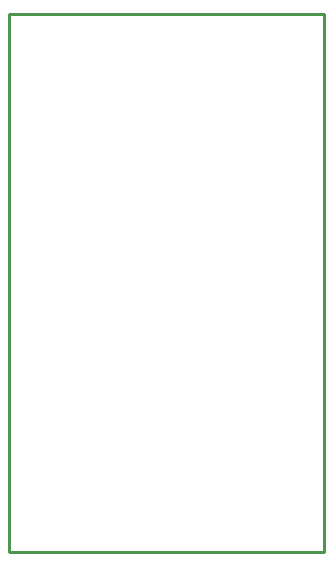
<source format=gbr>
G04 EAGLE Gerber X2 export*
%TF.Part,Single*%
%TF.FileFunction,OtherDrawing,Defines the outer dimension for cutting out the board*%
%TF.FilePolarity,Positive*%
%TF.GenerationSoftware,Autodesk,EAGLE,9.5.0*%
%TF.CreationDate,2020-01-27T17:32:09Z*%
G75*
%MOIN*%
%FSLAX34Y34*%
%LPD*%
%INWater_dim*%
%AMOC8*
5,1,8,0,0,1.08239X$1,22.5*%
G01*
%ADD10C,0.000000*%
%ADD11C,0.010000*%


D10*
X0Y0D02*
X10500Y0D01*
X10500Y17920D01*
X0Y17920D01*
X0Y0D01*
D11*
X0Y0D02*
X10500Y0D01*
X10500Y17920D01*
X0Y17920D01*
X0Y0D01*
M02*

</source>
